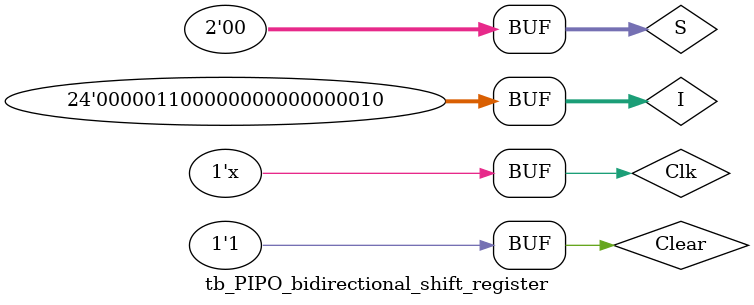
<source format=v>
`timescale 1ns / 1ps


module tb_PIPO_bidirectional_shift_register();
reg [23:0]I;
reg Clear;
reg Clk;
reg [1:0]S;
wire [23:0]A;

PIPO_bidirectional_shift_register uut(.I(I),.Clear(Clear),.Clk(Clk),.S(S),.A(A));

always #5 Clk = ~Clk;

initial begin
    I = 24'b0000_0000_0000_0000_0000_0000;
    Clk = 0;
    Clear = 0;
    S = 2'b00;
    
    #10
    I = 24'b0000_0110_0000_0000_0000_0010;
    S = 2'b11;
    #10
    S = 2'b01;
    #10
    S = 2'b01;
    #10
    S = 2'b00;
    #10
    S = 2'b10;
    #10
    S = 2'b00;
    #10
    Clear = 1;
end
endmodule

</source>
